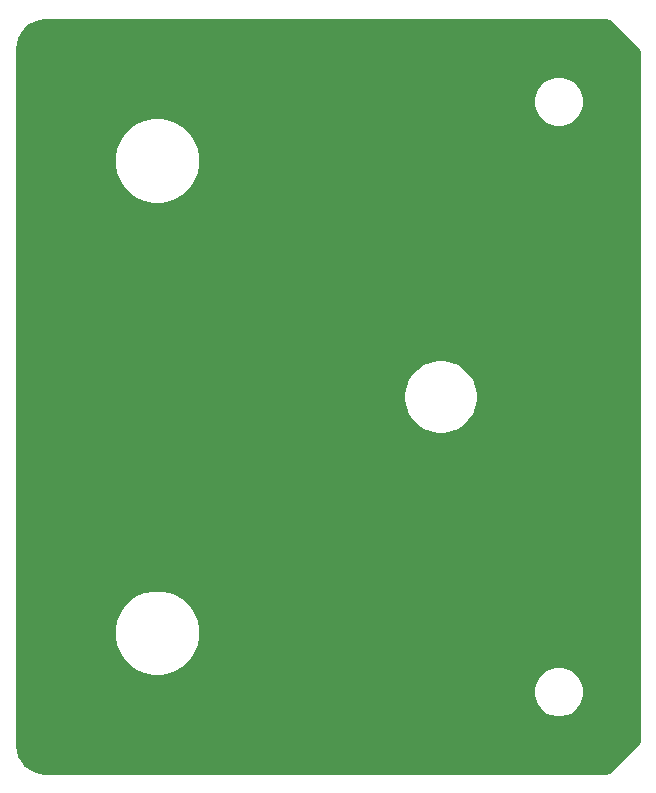
<source format=gtl>
G04 #@! TF.GenerationSoftware,KiCad,Pcbnew,5.1.9+dfsg1-1+deb11u1*
G04 #@! TF.CreationDate,2023-07-28T22:37:02+09:00*
G04 #@! TF.ProjectId,z-tesioner-rf,7a2d7465-7369-46f6-9e65-722d72662e6b,rev?*
G04 #@! TF.SameCoordinates,Original*
G04 #@! TF.FileFunction,Copper,L1,Top*
G04 #@! TF.FilePolarity,Positive*
%FSLAX46Y46*%
G04 Gerber Fmt 4.6, Leading zero omitted, Abs format (unit mm)*
G04 Created by KiCad (PCBNEW 5.1.9+dfsg1-1+deb11u1) date 2023-07-28 22:37:02*
%MOMM*%
%LPD*%
G01*
G04 APERTURE LIST*
G04 #@! TA.AperFunction,NonConductor*
%ADD10C,0.254000*%
G04 #@! TD*
G04 #@! TA.AperFunction,NonConductor*
%ADD11C,0.100000*%
G04 #@! TD*
G04 APERTURE END LIST*
D10*
X165651224Y-62255381D02*
X165714157Y-62274381D01*
X165772200Y-62305243D01*
X165847367Y-62366548D01*
X168217659Y-64736840D01*
X168279906Y-64812620D01*
X168310969Y-64870554D01*
X168330190Y-64933423D01*
X168340001Y-65030011D01*
X168340000Y-123139311D01*
X168330419Y-123237024D01*
X168311418Y-123299958D01*
X168280555Y-123358002D01*
X168219253Y-123433166D01*
X165848960Y-125803459D01*
X165773182Y-125865704D01*
X165715246Y-125896770D01*
X165652378Y-125915990D01*
X165555799Y-125925800D01*
X118032279Y-125925800D01*
X117546106Y-125878130D01*
X117109503Y-125746312D01*
X116706814Y-125532199D01*
X116353387Y-125243950D01*
X116062673Y-124892539D01*
X115845760Y-124491364D01*
X115710894Y-124055686D01*
X115660000Y-123571464D01*
X115660000Y-118872123D01*
X159330497Y-118872123D01*
X159330497Y-119299477D01*
X159413870Y-119718621D01*
X159577412Y-120113445D01*
X159814837Y-120468777D01*
X160117023Y-120770963D01*
X160472355Y-121008388D01*
X160867179Y-121171930D01*
X161286323Y-121255303D01*
X161713677Y-121255303D01*
X162132821Y-121171930D01*
X162527645Y-121008388D01*
X162882977Y-120770963D01*
X163185163Y-120468777D01*
X163422588Y-120113445D01*
X163586130Y-119718621D01*
X163669503Y-119299477D01*
X163669503Y-118872123D01*
X163586130Y-118452979D01*
X163422588Y-118058155D01*
X163185163Y-117702823D01*
X162882977Y-117400637D01*
X162527645Y-117163212D01*
X162132821Y-116999670D01*
X161713677Y-116916297D01*
X161286323Y-116916297D01*
X160867179Y-116999670D01*
X160472355Y-117163212D01*
X160117023Y-117400637D01*
X159814837Y-117702823D01*
X159577412Y-118058155D01*
X159413870Y-118452979D01*
X159330497Y-118872123D01*
X115660000Y-118872123D01*
X115660000Y-113725097D01*
X123837720Y-113725097D01*
X123837720Y-114446503D01*
X123978460Y-115154048D01*
X124254530Y-115820540D01*
X124655322Y-116420367D01*
X125165433Y-116930478D01*
X125765260Y-117331270D01*
X126431752Y-117607340D01*
X127139297Y-117748080D01*
X127860703Y-117748080D01*
X128568248Y-117607340D01*
X129234740Y-117331270D01*
X129834567Y-116930478D01*
X130344678Y-116420367D01*
X130745470Y-115820540D01*
X131021540Y-115154048D01*
X131162280Y-114446503D01*
X131162280Y-113725097D01*
X131021540Y-113017552D01*
X130745470Y-112351060D01*
X130344678Y-111751233D01*
X129834567Y-111241122D01*
X129234740Y-110840330D01*
X128568248Y-110564260D01*
X127860703Y-110423520D01*
X127139297Y-110423520D01*
X126431752Y-110564260D01*
X125765260Y-110840330D01*
X125165433Y-111241122D01*
X124655322Y-111751233D01*
X124254530Y-112351060D01*
X123978460Y-113017552D01*
X123837720Y-113725097D01*
X115660000Y-113725097D01*
X115660000Y-93774105D01*
X148335313Y-93774105D01*
X148335313Y-94397495D01*
X148456930Y-95008905D01*
X148695490Y-95584842D01*
X149041827Y-96103171D01*
X149482629Y-96543973D01*
X150000958Y-96890310D01*
X150576895Y-97128870D01*
X151188305Y-97250487D01*
X151811695Y-97250487D01*
X152423105Y-97128870D01*
X152999042Y-96890310D01*
X153517371Y-96543973D01*
X153958173Y-96103171D01*
X154304510Y-95584842D01*
X154543070Y-95008905D01*
X154664687Y-94397495D01*
X154664687Y-93774105D01*
X154543070Y-93162695D01*
X154304510Y-92586758D01*
X153958173Y-92068429D01*
X153517371Y-91627627D01*
X152999042Y-91281290D01*
X152423105Y-91042730D01*
X151811695Y-90921113D01*
X151188305Y-90921113D01*
X150576895Y-91042730D01*
X150000958Y-91281290D01*
X149482629Y-91627627D01*
X149041827Y-92068429D01*
X148695490Y-92586758D01*
X148456930Y-93162695D01*
X148335313Y-93774105D01*
X115660000Y-93774105D01*
X115660000Y-73725097D01*
X123837720Y-73725097D01*
X123837720Y-74446503D01*
X123978460Y-75154048D01*
X124254530Y-75820540D01*
X124655322Y-76420367D01*
X125165433Y-76930478D01*
X125765260Y-77331270D01*
X126431752Y-77607340D01*
X127139297Y-77748080D01*
X127860703Y-77748080D01*
X128568248Y-77607340D01*
X129234740Y-77331270D01*
X129834567Y-76930478D01*
X130344678Y-76420367D01*
X130745470Y-75820540D01*
X131021540Y-75154048D01*
X131162280Y-74446503D01*
X131162280Y-73725097D01*
X131021540Y-73017552D01*
X130745470Y-72351060D01*
X130344678Y-71751233D01*
X129834567Y-71241122D01*
X129234740Y-70840330D01*
X128568248Y-70564260D01*
X127860703Y-70423520D01*
X127139297Y-70423520D01*
X126431752Y-70564260D01*
X125765260Y-70840330D01*
X125165433Y-71241122D01*
X124655322Y-71751233D01*
X124254530Y-72351060D01*
X123978460Y-73017552D01*
X123837720Y-73725097D01*
X115660000Y-73725097D01*
X115660000Y-68872123D01*
X159330497Y-68872123D01*
X159330497Y-69299477D01*
X159413870Y-69718621D01*
X159577412Y-70113445D01*
X159814837Y-70468777D01*
X160117023Y-70770963D01*
X160472355Y-71008388D01*
X160867179Y-71171930D01*
X161286323Y-71255303D01*
X161713677Y-71255303D01*
X162132821Y-71171930D01*
X162527645Y-71008388D01*
X162882977Y-70770963D01*
X163185163Y-70468777D01*
X163422588Y-70113445D01*
X163586130Y-69718621D01*
X163669503Y-69299477D01*
X163669503Y-68872123D01*
X163586130Y-68452979D01*
X163422588Y-68058155D01*
X163185163Y-67702823D01*
X162882977Y-67400637D01*
X162527645Y-67163212D01*
X162132821Y-66999670D01*
X161713677Y-66916297D01*
X161286323Y-66916297D01*
X160867179Y-66999670D01*
X160472355Y-67163212D01*
X160117023Y-67400637D01*
X159814837Y-67702823D01*
X159577412Y-68058155D01*
X159413870Y-68452979D01*
X159330497Y-68872123D01*
X115660000Y-68872123D01*
X115660000Y-64618079D01*
X115707670Y-64131907D01*
X115839489Y-63695302D01*
X116053600Y-63292615D01*
X116341848Y-62939188D01*
X116693261Y-62648473D01*
X117094439Y-62431558D01*
X117530113Y-62296694D01*
X118014344Y-62245800D01*
X165553511Y-62245800D01*
X165651224Y-62255381D01*
G04 #@! TA.AperFunction,NonConductor*
D11*
G36*
X165651224Y-62255381D02*
G01*
X165714157Y-62274381D01*
X165772200Y-62305243D01*
X165847367Y-62366548D01*
X168217659Y-64736840D01*
X168279906Y-64812620D01*
X168310969Y-64870554D01*
X168330190Y-64933423D01*
X168340001Y-65030011D01*
X168340000Y-123139311D01*
X168330419Y-123237024D01*
X168311418Y-123299958D01*
X168280555Y-123358002D01*
X168219253Y-123433166D01*
X165848960Y-125803459D01*
X165773182Y-125865704D01*
X165715246Y-125896770D01*
X165652378Y-125915990D01*
X165555799Y-125925800D01*
X118032279Y-125925800D01*
X117546106Y-125878130D01*
X117109503Y-125746312D01*
X116706814Y-125532199D01*
X116353387Y-125243950D01*
X116062673Y-124892539D01*
X115845760Y-124491364D01*
X115710894Y-124055686D01*
X115660000Y-123571464D01*
X115660000Y-118872123D01*
X159330497Y-118872123D01*
X159330497Y-119299477D01*
X159413870Y-119718621D01*
X159577412Y-120113445D01*
X159814837Y-120468777D01*
X160117023Y-120770963D01*
X160472355Y-121008388D01*
X160867179Y-121171930D01*
X161286323Y-121255303D01*
X161713677Y-121255303D01*
X162132821Y-121171930D01*
X162527645Y-121008388D01*
X162882977Y-120770963D01*
X163185163Y-120468777D01*
X163422588Y-120113445D01*
X163586130Y-119718621D01*
X163669503Y-119299477D01*
X163669503Y-118872123D01*
X163586130Y-118452979D01*
X163422588Y-118058155D01*
X163185163Y-117702823D01*
X162882977Y-117400637D01*
X162527645Y-117163212D01*
X162132821Y-116999670D01*
X161713677Y-116916297D01*
X161286323Y-116916297D01*
X160867179Y-116999670D01*
X160472355Y-117163212D01*
X160117023Y-117400637D01*
X159814837Y-117702823D01*
X159577412Y-118058155D01*
X159413870Y-118452979D01*
X159330497Y-118872123D01*
X115660000Y-118872123D01*
X115660000Y-113725097D01*
X123837720Y-113725097D01*
X123837720Y-114446503D01*
X123978460Y-115154048D01*
X124254530Y-115820540D01*
X124655322Y-116420367D01*
X125165433Y-116930478D01*
X125765260Y-117331270D01*
X126431752Y-117607340D01*
X127139297Y-117748080D01*
X127860703Y-117748080D01*
X128568248Y-117607340D01*
X129234740Y-117331270D01*
X129834567Y-116930478D01*
X130344678Y-116420367D01*
X130745470Y-115820540D01*
X131021540Y-115154048D01*
X131162280Y-114446503D01*
X131162280Y-113725097D01*
X131021540Y-113017552D01*
X130745470Y-112351060D01*
X130344678Y-111751233D01*
X129834567Y-111241122D01*
X129234740Y-110840330D01*
X128568248Y-110564260D01*
X127860703Y-110423520D01*
X127139297Y-110423520D01*
X126431752Y-110564260D01*
X125765260Y-110840330D01*
X125165433Y-111241122D01*
X124655322Y-111751233D01*
X124254530Y-112351060D01*
X123978460Y-113017552D01*
X123837720Y-113725097D01*
X115660000Y-113725097D01*
X115660000Y-93774105D01*
X148335313Y-93774105D01*
X148335313Y-94397495D01*
X148456930Y-95008905D01*
X148695490Y-95584842D01*
X149041827Y-96103171D01*
X149482629Y-96543973D01*
X150000958Y-96890310D01*
X150576895Y-97128870D01*
X151188305Y-97250487D01*
X151811695Y-97250487D01*
X152423105Y-97128870D01*
X152999042Y-96890310D01*
X153517371Y-96543973D01*
X153958173Y-96103171D01*
X154304510Y-95584842D01*
X154543070Y-95008905D01*
X154664687Y-94397495D01*
X154664687Y-93774105D01*
X154543070Y-93162695D01*
X154304510Y-92586758D01*
X153958173Y-92068429D01*
X153517371Y-91627627D01*
X152999042Y-91281290D01*
X152423105Y-91042730D01*
X151811695Y-90921113D01*
X151188305Y-90921113D01*
X150576895Y-91042730D01*
X150000958Y-91281290D01*
X149482629Y-91627627D01*
X149041827Y-92068429D01*
X148695490Y-92586758D01*
X148456930Y-93162695D01*
X148335313Y-93774105D01*
X115660000Y-93774105D01*
X115660000Y-73725097D01*
X123837720Y-73725097D01*
X123837720Y-74446503D01*
X123978460Y-75154048D01*
X124254530Y-75820540D01*
X124655322Y-76420367D01*
X125165433Y-76930478D01*
X125765260Y-77331270D01*
X126431752Y-77607340D01*
X127139297Y-77748080D01*
X127860703Y-77748080D01*
X128568248Y-77607340D01*
X129234740Y-77331270D01*
X129834567Y-76930478D01*
X130344678Y-76420367D01*
X130745470Y-75820540D01*
X131021540Y-75154048D01*
X131162280Y-74446503D01*
X131162280Y-73725097D01*
X131021540Y-73017552D01*
X130745470Y-72351060D01*
X130344678Y-71751233D01*
X129834567Y-71241122D01*
X129234740Y-70840330D01*
X128568248Y-70564260D01*
X127860703Y-70423520D01*
X127139297Y-70423520D01*
X126431752Y-70564260D01*
X125765260Y-70840330D01*
X125165433Y-71241122D01*
X124655322Y-71751233D01*
X124254530Y-72351060D01*
X123978460Y-73017552D01*
X123837720Y-73725097D01*
X115660000Y-73725097D01*
X115660000Y-68872123D01*
X159330497Y-68872123D01*
X159330497Y-69299477D01*
X159413870Y-69718621D01*
X159577412Y-70113445D01*
X159814837Y-70468777D01*
X160117023Y-70770963D01*
X160472355Y-71008388D01*
X160867179Y-71171930D01*
X161286323Y-71255303D01*
X161713677Y-71255303D01*
X162132821Y-71171930D01*
X162527645Y-71008388D01*
X162882977Y-70770963D01*
X163185163Y-70468777D01*
X163422588Y-70113445D01*
X163586130Y-69718621D01*
X163669503Y-69299477D01*
X163669503Y-68872123D01*
X163586130Y-68452979D01*
X163422588Y-68058155D01*
X163185163Y-67702823D01*
X162882977Y-67400637D01*
X162527645Y-67163212D01*
X162132821Y-66999670D01*
X161713677Y-66916297D01*
X161286323Y-66916297D01*
X160867179Y-66999670D01*
X160472355Y-67163212D01*
X160117023Y-67400637D01*
X159814837Y-67702823D01*
X159577412Y-68058155D01*
X159413870Y-68452979D01*
X159330497Y-68872123D01*
X115660000Y-68872123D01*
X115660000Y-64618079D01*
X115707670Y-64131907D01*
X115839489Y-63695302D01*
X116053600Y-63292615D01*
X116341848Y-62939188D01*
X116693261Y-62648473D01*
X117094439Y-62431558D01*
X117530113Y-62296694D01*
X118014344Y-62245800D01*
X165553511Y-62245800D01*
X165651224Y-62255381D01*
G37*
G04 #@! TD.AperFunction*
M02*

</source>
